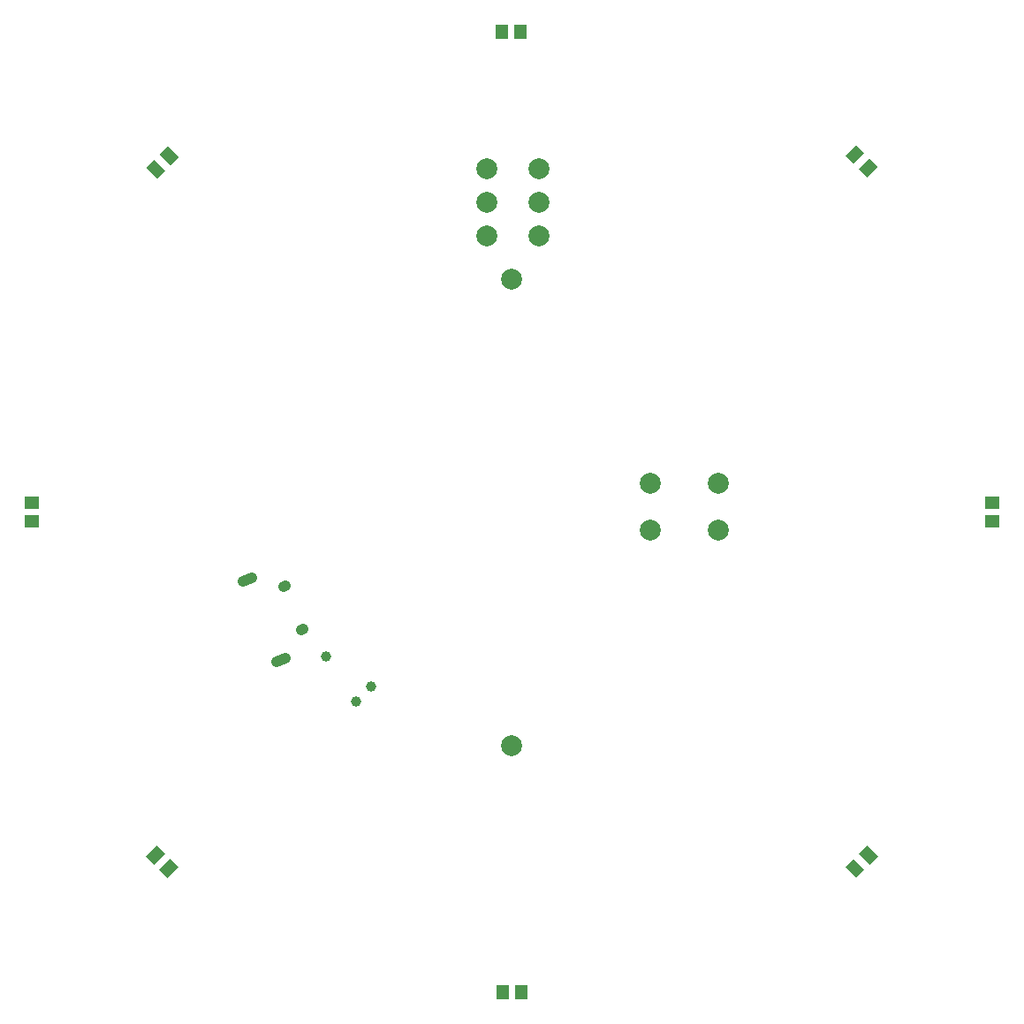
<source format=gbs>
G04 #@! TF.FileFunction,Soldermask,Bot*
%FSLAX46Y46*%
G04 Gerber Fmt 4.6, Leading zero omitted, Abs format (unit mm)*
G04 Created by KiCad (PCBNEW 4.0.4-stable) date Monday, 07 November 2016 'AMt' 01:22:43*
%MOMM*%
%LPD*%
G01*
G04 APERTURE LIST*
%ADD10C,0.100000*%
%ADD11C,1.000000*%
%ADD12C,2.000000*%
%ADD13C,1.000000*%
%ADD14R,1.150000X1.450000*%
%ADD15R,1.450000X1.150000*%
G04 APERTURE END LIST*
D10*
D11*
X110014705Y-121202165D02*
X109783735Y-121297835D01*
X108311764Y-117090902D02*
X108080794Y-117186572D01*
X108289560Y-124027407D02*
X107458068Y-124371823D01*
X105094154Y-116313013D02*
X104262662Y-116657429D01*
D12*
X130000000Y-132350000D03*
X130000000Y-87650000D03*
X143250000Y-107250000D03*
X143250000Y-111750000D03*
X149750000Y-111750000D03*
X149750000Y-107250000D03*
D13*
X112200413Y-123807484D03*
X115074095Y-128118007D03*
X116510936Y-126681166D03*
D10*
G36*
X95969670Y-78055635D02*
X94944365Y-77030330D01*
X95757538Y-76217157D01*
X96782843Y-77242462D01*
X95969670Y-78055635D01*
X95969670Y-78055635D01*
G37*
G36*
X97242462Y-76782843D02*
X96217157Y-75757538D01*
X97030330Y-74944365D01*
X98055635Y-75969670D01*
X97242462Y-76782843D01*
X97242462Y-76782843D01*
G37*
G36*
X164030330Y-141944365D02*
X165055635Y-142969670D01*
X164242462Y-143782843D01*
X163217157Y-142757538D01*
X164030330Y-141944365D01*
X164030330Y-141944365D01*
G37*
G36*
X162757538Y-143217157D02*
X163782843Y-144242462D01*
X162969670Y-145055635D01*
X161944365Y-144030330D01*
X162757538Y-143217157D01*
X162757538Y-143217157D01*
G37*
D14*
X130900000Y-156000000D03*
X129100000Y-156000000D03*
D15*
X176000000Y-109100000D03*
X176000000Y-110900000D03*
D10*
G36*
X98055635Y-144030330D02*
X97030330Y-145055635D01*
X96217157Y-144242462D01*
X97242462Y-143217157D01*
X98055635Y-144030330D01*
X98055635Y-144030330D01*
G37*
G36*
X96782843Y-142757538D02*
X95757538Y-143782843D01*
X94944365Y-142969670D01*
X95969670Y-141944365D01*
X96782843Y-142757538D01*
X96782843Y-142757538D01*
G37*
G36*
X161944365Y-75833274D02*
X162969670Y-74807969D01*
X163782843Y-75621142D01*
X162757538Y-76646447D01*
X161944365Y-75833274D01*
X161944365Y-75833274D01*
G37*
G36*
X163217157Y-77106066D02*
X164242462Y-76080761D01*
X165055635Y-76893934D01*
X164030330Y-77919239D01*
X163217157Y-77106066D01*
X163217157Y-77106066D01*
G37*
D15*
X84000000Y-110900000D03*
X84000000Y-109100000D03*
D14*
X129000000Y-64000000D03*
X130800000Y-64000000D03*
D12*
X132550000Y-77100000D03*
X132550000Y-80300000D03*
X132550000Y-83500000D03*
X127550000Y-77100000D03*
X127550000Y-80300000D03*
X127550000Y-83500000D03*
M02*

</source>
